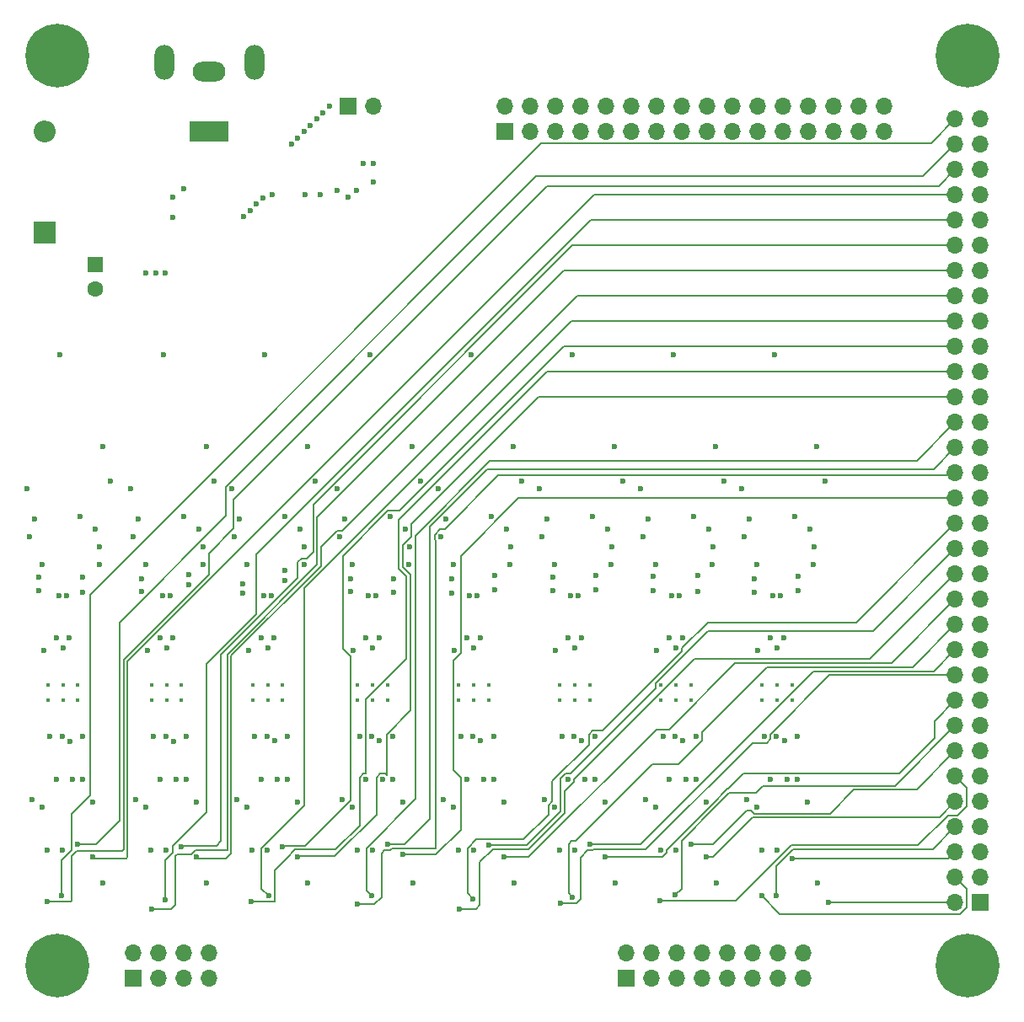
<source format=gbr>
%TF.GenerationSoftware,KiCad,Pcbnew,8.0.7-8.0.7-0~ubuntu22.04.1*%
%TF.CreationDate,2025-01-13T14:39:20-08:00*%
%TF.ProjectId,multichannelheaterdriver_frontend,6d756c74-6963-4686-916e-6e656c686561,rev?*%
%TF.SameCoordinates,Original*%
%TF.FileFunction,Copper,L5,Inr*%
%TF.FilePolarity,Positive*%
%FSLAX46Y46*%
G04 Gerber Fmt 4.6, Leading zero omitted, Abs format (unit mm)*
G04 Created by KiCad (PCBNEW 8.0.7-8.0.7-0~ubuntu22.04.1) date 2025-01-13 14:39:20*
%MOMM*%
%LPD*%
G01*
G04 APERTURE LIST*
%TA.AperFunction,ComponentPad*%
%ADD10R,1.700000X1.700000*%
%TD*%
%TA.AperFunction,ComponentPad*%
%ADD11O,1.700000X1.700000*%
%TD*%
%TA.AperFunction,ComponentPad*%
%ADD12C,0.440000*%
%TD*%
%TA.AperFunction,ComponentPad*%
%ADD13R,2.200000X2.200000*%
%TD*%
%TA.AperFunction,ComponentPad*%
%ADD14O,2.200000X2.200000*%
%TD*%
%TA.AperFunction,ComponentPad*%
%ADD15R,1.600000X1.600000*%
%TD*%
%TA.AperFunction,ComponentPad*%
%ADD16C,1.600000*%
%TD*%
%TA.AperFunction,ComponentPad*%
%ADD17R,4.000000X2.000000*%
%TD*%
%TA.AperFunction,ComponentPad*%
%ADD18O,3.300000X2.000000*%
%TD*%
%TA.AperFunction,ComponentPad*%
%ADD19O,2.000000X3.500000*%
%TD*%
%TA.AperFunction,ComponentPad*%
%ADD20C,6.400000*%
%TD*%
%TA.AperFunction,ViaPad*%
%ADD21C,0.600000*%
%TD*%
%TA.AperFunction,Conductor*%
%ADD22C,0.200000*%
%TD*%
G04 APERTURE END LIST*
D10*
%TO.N,GNDA*%
%TO.C,J1*%
X97790000Y-90170000D03*
D11*
%TO.N,/ADC15*%
X95250000Y-90170000D03*
%TO.N,GNDA*%
X97790000Y-87630000D03*
%TO.N,/DAC15*%
X95250000Y-87630000D03*
%TO.N,GNDA*%
X97790000Y-85090000D03*
%TO.N,/ADC14*%
X95250000Y-85090000D03*
%TO.N,GNDA*%
X97790000Y-82550000D03*
%TO.N,/DAC14*%
X95250000Y-82550000D03*
%TO.N,GNDA*%
X97790000Y-80010000D03*
%TO.N,/ADC13*%
X95250000Y-80010000D03*
%TO.N,GNDA*%
X97790000Y-77470000D03*
%TO.N,/DAC13*%
X95250000Y-77470000D03*
%TO.N,GNDA*%
X97790000Y-74930000D03*
%TO.N,/ADC12*%
X95250000Y-74930000D03*
%TO.N,GNDA*%
X97790000Y-72390000D03*
%TO.N,/DAC12*%
X95250000Y-72390000D03*
%TO.N,GNDA*%
X97790000Y-69850000D03*
%TO.N,/ADC11*%
X95250000Y-69850000D03*
%TO.N,GNDA*%
X97790000Y-67310000D03*
%TO.N,/DAC11*%
X95250000Y-67310000D03*
%TO.N,GNDA*%
X97790000Y-64770000D03*
%TO.N,/ADC10*%
X95250000Y-64770000D03*
%TO.N,GNDA*%
X97790000Y-62230000D03*
%TO.N,/DAC10*%
X95250000Y-62230000D03*
%TO.N,GNDA*%
X97790000Y-59690000D03*
%TO.N,/ADC9*%
X95250000Y-59690000D03*
%TO.N,GNDA*%
X97790000Y-57150000D03*
%TO.N,/DAC9*%
X95250000Y-57150000D03*
%TO.N,GNDA*%
X97790000Y-54610000D03*
%TO.N,/ADC8*%
X95250000Y-54610000D03*
%TO.N,GNDA*%
X97790000Y-52070000D03*
%TO.N,/DAC8*%
X95250000Y-52070000D03*
%TO.N,GNDA*%
X97790000Y-49530000D03*
%TO.N,/ADC7*%
X95250000Y-49530000D03*
%TO.N,GNDA*%
X97790000Y-46990000D03*
%TO.N,/DAC7*%
X95250000Y-46990000D03*
%TO.N,GNDA*%
X97790000Y-44450000D03*
%TO.N,/ADC6*%
X95250000Y-44450000D03*
%TO.N,GNDA*%
X97790000Y-41910000D03*
%TO.N,/DAC6*%
X95250000Y-41910000D03*
%TO.N,GNDA*%
X97790000Y-39370000D03*
%TO.N,/ADC5*%
X95250000Y-39370000D03*
%TO.N,GNDA*%
X97790000Y-36830000D03*
%TO.N,/DAC5*%
X95250000Y-36830000D03*
%TO.N,GNDA*%
X97790000Y-34290000D03*
%TO.N,/ADC4*%
X95250000Y-34290000D03*
%TO.N,GNDA*%
X97790000Y-31750000D03*
%TO.N,/DAC4*%
X95250000Y-31750000D03*
%TO.N,GNDA*%
X97790000Y-29210000D03*
%TO.N,/ADC3*%
X95250000Y-29210000D03*
%TO.N,GNDA*%
X97790000Y-26670000D03*
%TO.N,/DAC3*%
X95250000Y-26670000D03*
%TO.N,GNDA*%
X97790000Y-24130000D03*
%TO.N,/ADC2*%
X95250000Y-24130000D03*
%TO.N,GNDA*%
X97790000Y-21590000D03*
%TO.N,/DAC2*%
X95250000Y-21590000D03*
%TO.N,GNDA*%
X97790000Y-19050000D03*
%TO.N,/ADC1*%
X95250000Y-19050000D03*
%TO.N,GNDA*%
X97790000Y-16510000D03*
%TO.N,/DAC1*%
X95250000Y-16510000D03*
%TO.N,GNDA*%
X97790000Y-13970000D03*
%TO.N,/ADC0*%
X95250000Y-13970000D03*
%TO.N,GNDA*%
X97790000Y-11430000D03*
%TO.N,/DAC0*%
X95250000Y-11430000D03*
%TD*%
D12*
%TO.N,GNDA*%
%TO.C,U9*%
X24686000Y-69820000D03*
X26186000Y-69820000D03*
X27686000Y-69820000D03*
X24686000Y-68320000D03*
X26186000Y-68320000D03*
X27686000Y-68320000D03*
%TD*%
D13*
%TO.N,Net-(D1-K)*%
%TO.C,D1*%
X3810000Y-22860000D03*
D14*
%TO.N,Net-(D1-A)*%
X3810000Y-12700000D03*
%TD*%
D15*
%TO.N,+24V*%
%TO.C,C3*%
X8890000Y-26035000D03*
D16*
%TO.N,GNDA*%
X8890000Y-28535000D03*
%TD*%
D10*
%TO.N,GNDA*%
%TO.C,J11*%
X12700000Y-97790000D03*
D11*
%TO.N,+24V*%
X12700000Y-95250000D03*
%TO.N,GNDA*%
X15240000Y-97790000D03*
%TO.N,unconnected-(J11-Pin_4-Pad4)*%
X15240000Y-95250000D03*
%TO.N,GNDA*%
X17780000Y-97790000D03*
%TO.N,unconnected-(J11-Pin_6-Pad6)*%
X17780000Y-95250000D03*
%TO.N,GNDA*%
X20320000Y-97790000D03*
%TO.N,unconnected-(J11-Pin_8-Pad8)*%
X20320000Y-95250000D03*
%TD*%
D17*
%TO.N,Net-(D1-A)*%
%TO.C,J12*%
X20320000Y-12700000D03*
D18*
%TO.N,GNDA*%
X20320000Y-6700000D03*
D19*
X24820000Y-5700000D03*
X15820000Y-5700000D03*
%TD*%
D12*
%TO.N,GNDA*%
%TO.C,U21*%
X65677000Y-69820000D03*
X67177000Y-69820000D03*
X68677000Y-69820000D03*
X65677000Y-68320000D03*
X67177000Y-68320000D03*
X68677000Y-68320000D03*
%TD*%
D10*
%TO.N,GNDA*%
%TO.C,J2*%
X62230000Y-97790000D03*
D11*
%TO.N,/SHDN0*%
X62230000Y-95250000D03*
%TO.N,GNDA*%
X64770000Y-97790000D03*
%TO.N,/SHDN1*%
X64770000Y-95250000D03*
%TO.N,GNDA*%
X67310000Y-97790000D03*
%TO.N,/SHDN2*%
X67310000Y-95250000D03*
%TO.N,GNDA*%
X69850000Y-97790000D03*
%TO.N,/SHDN3*%
X69850000Y-95250000D03*
%TO.N,GNDA*%
X72390000Y-97790000D03*
%TO.N,/SHDN4*%
X72390000Y-95250000D03*
%TO.N,GNDA*%
X74930000Y-97790000D03*
%TO.N,/SHDN5*%
X74930000Y-95250000D03*
%TO.N,GNDA*%
X77470000Y-97790000D03*
%TO.N,/SHDN6*%
X77470000Y-95250000D03*
%TO.N,GNDA*%
X80010000Y-97790000D03*
%TO.N,/SHDN7*%
X80010000Y-95250000D03*
%TD*%
D12*
%TO.N,GNDA*%
%TO.C,U15*%
X45357000Y-69820000D03*
X46857000Y-69820000D03*
X48357000Y-69820000D03*
X45357000Y-68320000D03*
X46857000Y-68320000D03*
X48357000Y-68320000D03*
%TD*%
D20*
%TO.N,GNDA*%
%TO.C,H1*%
X5080000Y-5080000D03*
%TD*%
D12*
%TO.N,GNDA*%
%TO.C,U18*%
X55517000Y-69820000D03*
X57017000Y-69820000D03*
X58517000Y-69820000D03*
X55517000Y-68320000D03*
X57017000Y-68320000D03*
X58517000Y-68320000D03*
%TD*%
D20*
%TO.N,GNDA*%
%TO.C,H2*%
X5080000Y-96520000D03*
%TD*%
D10*
%TO.N,+24V*%
%TO.C,J13*%
X34285000Y-10160000D03*
D11*
%TO.N,Net-(D2-K)*%
X36825000Y-10160000D03*
%TD*%
D10*
%TO.N,/V0*%
%TO.C,J10*%
X50000000Y-12700000D03*
D11*
%TO.N,GNDA*%
X50000000Y-10160000D03*
%TO.N,/V1*%
X52540000Y-12700000D03*
%TO.N,GNDA*%
X52540000Y-10160000D03*
%TO.N,/V2*%
X55080000Y-12700000D03*
%TO.N,GNDA*%
X55080000Y-10160000D03*
%TO.N,/V3*%
X57620000Y-12700000D03*
%TO.N,GNDA*%
X57620000Y-10160000D03*
%TO.N,/V4*%
X60160000Y-12700000D03*
%TO.N,GNDA*%
X60160000Y-10160000D03*
%TO.N,/V5*%
X62700000Y-12700000D03*
%TO.N,GNDA*%
X62700000Y-10160000D03*
%TO.N,/V6*%
X65240000Y-12700000D03*
%TO.N,GNDA*%
X65240000Y-10160000D03*
%TO.N,/V7*%
X67780000Y-12700000D03*
%TO.N,GNDA*%
X67780000Y-10160000D03*
%TO.N,/V8*%
X70320000Y-12700000D03*
%TO.N,GNDA*%
X70320000Y-10160000D03*
%TO.N,/V9*%
X72860000Y-12700000D03*
%TO.N,GNDA*%
X72860000Y-10160000D03*
%TO.N,/V10*%
X75400000Y-12700000D03*
%TO.N,GNDA*%
X75400000Y-10160000D03*
%TO.N,/V11*%
X77940000Y-12700000D03*
%TO.N,GNDA*%
X77940000Y-10160000D03*
%TO.N,/V12*%
X80480000Y-12700000D03*
%TO.N,GNDA*%
X80480000Y-10160000D03*
%TO.N,/V13*%
X83020000Y-12700000D03*
%TO.N,GNDA*%
X83020000Y-10160000D03*
%TO.N,/V14*%
X85560000Y-12700000D03*
%TO.N,GNDA*%
X85560000Y-10160000D03*
%TO.N,/V15*%
X88100000Y-12700000D03*
%TO.N,GNDA*%
X88100000Y-10160000D03*
%TD*%
D20*
%TO.N,GNDA*%
%TO.C,H4*%
X96520000Y-96520000D03*
%TD*%
D12*
%TO.N,GNDA*%
%TO.C,U12*%
X35197000Y-69820000D03*
X36697000Y-69820000D03*
X38197000Y-69820000D03*
X35197000Y-68320000D03*
X36697000Y-68320000D03*
X38197000Y-68320000D03*
%TD*%
%TO.N,GNDA*%
%TO.C,U24*%
X75837000Y-69820000D03*
X77337000Y-69820000D03*
X78837000Y-69820000D03*
X75837000Y-68320000D03*
X77337000Y-68320000D03*
X78837000Y-68320000D03*
%TD*%
%TO.N,GNDA*%
%TO.C,U3*%
X4112000Y-69820000D03*
X5612000Y-69820000D03*
X7112000Y-69820000D03*
X4112000Y-68320000D03*
X5612000Y-68320000D03*
X7112000Y-68320000D03*
%TD*%
%TO.N,GNDA*%
%TO.C,U6*%
X14526000Y-69820000D03*
X16026000Y-69820000D03*
X17526000Y-69820000D03*
X14526000Y-68320000D03*
X16026000Y-68320000D03*
X17526000Y-68320000D03*
%TD*%
D20*
%TO.N,GNDA*%
%TO.C,H3*%
X96520000Y-5080000D03*
%TD*%
D21*
%TO.N,/ADC15*%
X82550000Y-90170000D03*
%TO.N,/ADC14*%
X78859500Y-85777500D03*
%TO.N,/ADC13*%
X70201000Y-85598000D03*
%TO.N,/ADC12*%
X68677000Y-84328000D03*
%TO.N,/ADC11*%
X60041000Y-85598000D03*
%TO.N,/ADC10*%
X58517000Y-84328000D03*
%TO.N,/ADC9*%
X49881000Y-85598000D03*
%TO.N,/ADC7*%
X39721000Y-85344000D03*
%TO.N,/ADC6*%
X38197000Y-84328000D03*
%TO.N,/ADC4*%
X27686000Y-84582000D03*
%TO.N,/ADC5*%
X29210000Y-85598000D03*
%TO.N,/ADC2*%
X17526000Y-84582000D03*
%TO.N,/ADC3*%
X19050000Y-85598000D03*
%TO.N,GNDA*%
X46429286Y-59290658D03*
X29810000Y-56207294D03*
X26670000Y-19050000D03*
X25758286Y-59290658D03*
X59025000Y-77821000D03*
X25908000Y-35149000D03*
X47236714Y-59290658D03*
X80961000Y-56207294D03*
X65121000Y-80615000D03*
X36419000Y-35149000D03*
X77716714Y-59290658D03*
X79345000Y-77821000D03*
X35814000Y-15905000D03*
X5184286Y-59290658D03*
X7620000Y-73503000D03*
X50481000Y-56207294D03*
X3712000Y-64867000D03*
X55117000Y-64867000D03*
X5334000Y-35149000D03*
X20066000Y-88235000D03*
X58771000Y-51405000D03*
X56739000Y-35149000D03*
X69185000Y-77821000D03*
X25685000Y-19335000D03*
X65277000Y-64867000D03*
X48865000Y-77821000D03*
X15598286Y-59290658D03*
X16650000Y-19304000D03*
X79345000Y-73503000D03*
X30226000Y-88235000D03*
X16405714Y-59290658D03*
X3556000Y-56231000D03*
X3556000Y-80615000D03*
X59025000Y-73503000D03*
X60641000Y-56207294D03*
X41499000Y-47849000D03*
X44801000Y-80615000D03*
X19650000Y-56207294D03*
X43277000Y-48611000D03*
X81377000Y-88235000D03*
X18034000Y-73503000D03*
X77059000Y-35149000D03*
X5991714Y-59290658D03*
X38705000Y-77821000D03*
X24130000Y-80615000D03*
X15748000Y-35149000D03*
X20828000Y-47849000D03*
X68931000Y-51405000D03*
X13970000Y-80615000D03*
X9236000Y-56207294D03*
X51659000Y-47849000D03*
X34641000Y-80615000D03*
X10414000Y-47849000D03*
X71979000Y-47849000D03*
X54961000Y-56231000D03*
X25050000Y-19970000D03*
X40321000Y-56207294D03*
X27940000Y-51405000D03*
X56323000Y-77821000D03*
X28194000Y-77821000D03*
X61819000Y-47849000D03*
X36269286Y-59290658D03*
X33117000Y-48611000D03*
X26565714Y-59290658D03*
X30988000Y-47849000D03*
X44957000Y-64867000D03*
X17780000Y-51405000D03*
X2032000Y-48611000D03*
X23780000Y-21240000D03*
X65121000Y-56231000D03*
X71217000Y-88235000D03*
X24415000Y-20605000D03*
X12446000Y-48611000D03*
X79091000Y-51405000D03*
X36003000Y-77821000D03*
X46579000Y-35149000D03*
X36830000Y-15905000D03*
X44801000Y-56231000D03*
X67556714Y-59290658D03*
X53437000Y-48611000D03*
X63597000Y-48611000D03*
X56589286Y-59290658D03*
X50897000Y-88235000D03*
X76643000Y-77821000D03*
X48865000Y-73503000D03*
X40737000Y-88235000D03*
X34641000Y-56231000D03*
X34797000Y-64867000D03*
X76909286Y-59290658D03*
X66483000Y-77821000D03*
X61057000Y-88235000D03*
X66899000Y-35149000D03*
X48611000Y-51405000D03*
X13970000Y-26924000D03*
X13970000Y-56231000D03*
X15332000Y-77821000D03*
X16650000Y-21336000D03*
X24286000Y-64867000D03*
X22606000Y-48611000D03*
X25492000Y-77821000D03*
X7620000Y-77821000D03*
X82139000Y-47849000D03*
X9652000Y-88235000D03*
X38451000Y-51405000D03*
X73757000Y-48611000D03*
X69185000Y-73503000D03*
X75437000Y-64867000D03*
X17780000Y-18415000D03*
X14126000Y-64867000D03*
X14986000Y-26924000D03*
X7366000Y-51405000D03*
X70801000Y-56207294D03*
X24130000Y-56231000D03*
X37076714Y-59290658D03*
X46163000Y-77821000D03*
X54961000Y-80615000D03*
X57396714Y-59290658D03*
X4918000Y-77821000D03*
X38705000Y-73503000D03*
X28194000Y-73503000D03*
X75281000Y-56231000D03*
X18034000Y-77821000D03*
X66749286Y-59290658D03*
X75281000Y-80615000D03*
X15875000Y-26924000D03*
%TO.N,+24V*%
X61018500Y-44331500D03*
X28575000Y-13970000D03*
X66527000Y-63597000D03*
X30480000Y-12065000D03*
X31496000Y-19050000D03*
X40698500Y-44331500D03*
X71178500Y-44331500D03*
X37347000Y-63597000D03*
X77337000Y-64613000D03*
X16026000Y-64613000D03*
X67827000Y-63597000D03*
X81338500Y-44331500D03*
X33116500Y-18638500D03*
X56367000Y-63597000D03*
X36697000Y-64613000D03*
X57017000Y-64613000D03*
X77987000Y-63597000D03*
X76687000Y-63597000D03*
X26186000Y-64613000D03*
X26836000Y-63597000D03*
X31750000Y-10795000D03*
X47507000Y-63597000D03*
X25536000Y-63597000D03*
X32385000Y-10160000D03*
X50858500Y-44331500D03*
X46857000Y-64613000D03*
X20027500Y-44331500D03*
X29845000Y-12700000D03*
X31115000Y-11430000D03*
X5612000Y-64613000D03*
X16676000Y-63597000D03*
X30187500Y-44331500D03*
X9613500Y-44331500D03*
X15376000Y-63597000D03*
X6262000Y-63597000D03*
X67177000Y-64613000D03*
X57667000Y-63597000D03*
X4962000Y-63597000D03*
X29210000Y-13335000D03*
X46207000Y-63597000D03*
X29972000Y-19050000D03*
X36047000Y-63597000D03*
%TO.N,+5V*%
X70455000Y-52675000D03*
X8890000Y-52675000D03*
X78329000Y-77821000D03*
X17018000Y-77821000D03*
X47849000Y-77821000D03*
X19304000Y-52675000D03*
X13208000Y-51659000D03*
X44039000Y-51659000D03*
X34290000Y-19304000D03*
X27178000Y-77821000D03*
X6604000Y-77821000D03*
X74519000Y-51659000D03*
X58009000Y-77821000D03*
X50135000Y-52675000D03*
X54199000Y-51659000D03*
X80615000Y-52675000D03*
X60295000Y-52675000D03*
X37689000Y-77821000D03*
X29464000Y-52675000D03*
X68169000Y-77821000D03*
X35082500Y-18572500D03*
X23368000Y-51659000D03*
X39975000Y-52675000D03*
X36830000Y-17780000D03*
X2794000Y-51659000D03*
X33879000Y-51659000D03*
X64359000Y-51659000D03*
%TO.N,Net-(U3-IN1+)*%
X4318000Y-73503000D03*
X4064000Y-84933000D03*
%TO.N,Net-(U3-IN2+)*%
X5588000Y-84933000D03*
X5562000Y-73503000D03*
%TO.N,/ADC1*%
X8636000Y-85598000D03*
%TO.N,/ADC0*%
X7112000Y-84328000D03*
%TO.N,Net-(U6-IN1+)*%
X14732000Y-73503000D03*
X14478000Y-84933000D03*
%TO.N,Net-(U6-IN2+)*%
X16002000Y-84933000D03*
X15976000Y-73503000D03*
%TO.N,Net-(U9-IN1+)*%
X24892000Y-73503000D03*
X24638000Y-84933000D03*
%TO.N,Net-(U9-IN2+)*%
X26136000Y-73503000D03*
X26162000Y-84933000D03*
%TO.N,Net-(U12-IN1+)*%
X35403000Y-73503000D03*
X35149000Y-84933000D03*
%TO.N,Net-(U12-IN2+)*%
X36647000Y-73503000D03*
X36673000Y-84933000D03*
%TO.N,Net-(U15-IN1+)*%
X45309000Y-84933000D03*
X45563000Y-73503000D03*
%TO.N,Net-(U15-IN2+)*%
X46807000Y-73503000D03*
X46833000Y-84933000D03*
%TO.N,/ADC8*%
X48357000Y-84400000D03*
%TO.N,Net-(U18-IN1+)*%
X55469000Y-84933000D03*
X55723000Y-73503000D03*
%TO.N,Net-(U18-IN2+)*%
X56967000Y-73503000D03*
X56993000Y-84933000D03*
%TO.N,Net-(U21-IN1+)*%
X65629000Y-84933000D03*
X65883000Y-73503000D03*
%TO.N,Net-(U21-IN2+)*%
X67153000Y-84933000D03*
X67127000Y-73503000D03*
%TO.N,Net-(U24-IN1+)*%
X75789000Y-84933000D03*
X76043000Y-73503000D03*
%TO.N,Net-(U24-IN2+)*%
X77287000Y-73503000D03*
X77313000Y-84933000D03*
%TO.N,/DAC11*%
X55600000Y-90200000D03*
%TO.N,/DAC2*%
X15900000Y-89900000D03*
%TO.N,/DAC1*%
X4000000Y-90100000D03*
%TO.N,/DAC14*%
X77300000Y-89500000D03*
%TO.N,/DAC6*%
X36600000Y-89500000D03*
%TO.N,/DAC5*%
X24500000Y-90100000D03*
%TO.N,/DAC7*%
X35200000Y-90300000D03*
%TO.N,/DAC9*%
X45400000Y-90800000D03*
%TO.N,/DAC10*%
X56800000Y-89600000D03*
%TO.N,/DAC3*%
X14500000Y-90800000D03*
%TO.N,/DAC15*%
X75800000Y-89500000D03*
%TO.N,/DAC0*%
X5500000Y-89500000D03*
%TO.N,/DAC4*%
X26300000Y-89500000D03*
%TO.N,/DAC8*%
X46800000Y-89800000D03*
%TO.N,/DAC12*%
X67100000Y-89400000D03*
%TO.N,/DAC13*%
X65600000Y-90000000D03*
%TO.N,/V2*%
X13500000Y-58900000D03*
X13500000Y-57600000D03*
%TO.N,/V11*%
X59100000Y-58700000D03*
X59100000Y-57300000D03*
%TO.N,/V5*%
X27905000Y-57800000D03*
X27905000Y-56800000D03*
%TO.N,/V3*%
X18250000Y-58200000D03*
X18250000Y-57200000D03*
%TO.N,/V13*%
X69401000Y-57300000D03*
X69401000Y-58900000D03*
%TO.N,/V9*%
X49000000Y-57300000D03*
X49000000Y-58700000D03*
%TO.N,/V10*%
X54800000Y-58800000D03*
X54800000Y-57500000D03*
%TO.N,/V4*%
X23660000Y-59100000D03*
X23660000Y-58100000D03*
%TO.N,/V0*%
X3175000Y-57500000D03*
X3175000Y-58800000D03*
%TO.N,/V1*%
X7620000Y-59000000D03*
X7620000Y-57500000D03*
%TO.N,/V12*%
X64900000Y-57400000D03*
X64900000Y-58800000D03*
%TO.N,/V7*%
X38800000Y-57600000D03*
X38800000Y-59000000D03*
%TO.N,/V14*%
X75100000Y-57600000D03*
X75100000Y-59000000D03*
%TO.N,/V6*%
X34500000Y-58900000D03*
X34500000Y-57600000D03*
%TO.N,/V15*%
X79500000Y-57400000D03*
X79500000Y-58800000D03*
%TO.N,/V8*%
X44700000Y-57600000D03*
X44700000Y-59100000D03*
%TO.N,Net-(U2-OUT1)*%
X2540000Y-79853000D03*
X2286000Y-53437000D03*
%TO.N,Net-(U2-OUT2)*%
X9305151Y-54453001D03*
X8636000Y-80107000D03*
%TO.N,Net-(U5-OUT1)*%
X12954000Y-79853000D03*
X12700000Y-53437000D03*
%TO.N,Net-(U5-OUT2)*%
X19719151Y-54453001D03*
X19050000Y-80107000D03*
%TO.N,Net-(U8-OUT1)*%
X22860000Y-53437000D03*
X23114000Y-79853000D03*
%TO.N,Net-(U8-OUT2)*%
X29879151Y-54453001D03*
X29210000Y-80107000D03*
%TO.N,Net-(U11-OUT1)*%
X33625000Y-79853000D03*
X33371000Y-53437000D03*
%TO.N,Net-(U11-OUT2)*%
X40390151Y-54453001D03*
X39721000Y-80107000D03*
%TO.N,Net-(U14-OUT1)*%
X43531000Y-53437000D03*
X43785000Y-79853000D03*
%TO.N,Net-(U14-OUT2)*%
X49881000Y-80107000D03*
X50550151Y-54453001D03*
%TO.N,Net-(U17-OUT1)*%
X53691000Y-53437000D03*
X53945000Y-79853000D03*
%TO.N,Net-(U17-OUT2)*%
X60710151Y-54453001D03*
X60041000Y-80107000D03*
%TO.N,Net-(U20-OUT1)*%
X63851000Y-53437000D03*
X64105000Y-79853000D03*
%TO.N,Net-(U20-OUT2)*%
X70201000Y-80107000D03*
X70870151Y-54453001D03*
%TO.N,Net-(U23-OUT1)*%
X74265000Y-79853000D03*
X74011000Y-53437000D03*
%TO.N,Net-(U23-OUT2)*%
X80361000Y-80107000D03*
X81030151Y-54453001D03*
%TO.N,/SHDN6*%
X67843110Y-73859638D03*
%TO.N,/SHDN3*%
X37363110Y-73859638D03*
%TO.N,/SHDN5*%
X57665833Y-73892406D03*
%TO.N,/SHDN7*%
X78071735Y-73928265D03*
%TO.N,/SHDN2*%
X26896235Y-73903765D03*
%TO.N,/SHDN1*%
X16700000Y-74000000D03*
%TO.N,/SHDN4*%
X47522303Y-73861255D03*
%TO.N,/SHDN0*%
X6300000Y-74000000D03*
%TD*%
D22*
%TO.N,/ADC15*%
X95250000Y-90170000D02*
X82550000Y-90170000D01*
%TO.N,/ADC14*%
X95250000Y-85090000D02*
X94562500Y-85777500D01*
X94562500Y-85777500D02*
X78859500Y-85777500D01*
%TO.N,/DAC14*%
X95250000Y-82550000D02*
X93000000Y-84800000D01*
X93000000Y-84800000D02*
X78988471Y-84800000D01*
X78988471Y-84800000D02*
X77300000Y-86488471D01*
X77300000Y-86488471D02*
X77300000Y-89500000D01*
%TO.N,/ADC13*%
X95250000Y-80010000D02*
X93645000Y-81615000D01*
X93645000Y-81615000D02*
X74866785Y-81615000D01*
X74866785Y-81615000D02*
X70883785Y-85598000D01*
X70883785Y-85598000D02*
X70201000Y-85598000D01*
%TO.N,/ADC12*%
X68677000Y-84328000D02*
X70873000Y-84328000D01*
X82685000Y-81215000D02*
X85079000Y-78821000D01*
X70873000Y-84328000D02*
X74301000Y-80900000D01*
X74301000Y-80900000D02*
X74717471Y-80900000D01*
X74717471Y-80900000D02*
X75032471Y-81215000D01*
X75032471Y-81215000D02*
X82685000Y-81215000D01*
X85079000Y-78821000D02*
X91359000Y-78821000D01*
X91359000Y-78821000D02*
X95250000Y-74930000D01*
%TO.N,/ADC11*%
X95250000Y-69850000D02*
X93200000Y-71900000D01*
X93200000Y-71900000D02*
X93200000Y-73600000D01*
X70801000Y-80355529D02*
X66229000Y-84927529D01*
X66229000Y-84927529D02*
X66229000Y-85181529D01*
X93200000Y-73600000D02*
X89579000Y-77221000D01*
X89579000Y-77221000D02*
X73935529Y-77221000D01*
X72456529Y-78700000D02*
X72388314Y-78700000D01*
X73935529Y-77221000D02*
X72456529Y-78700000D01*
X72388314Y-78700000D02*
X70801000Y-80287314D01*
X70801000Y-80287314D02*
X70801000Y-80355529D01*
X66229000Y-85181529D02*
X65812529Y-85598000D01*
X65812529Y-85598000D02*
X60041000Y-85598000D01*
%TO.N,/DAC11*%
X95250000Y-67310000D02*
X82587471Y-67310000D01*
X82587471Y-67310000D02*
X76643000Y-73254471D01*
X76643000Y-73254471D02*
X76643000Y-73751529D01*
X57593000Y-85663000D02*
X57593000Y-89807000D01*
X76643000Y-73751529D02*
X76291529Y-74103000D01*
X76291529Y-74103000D02*
X74897000Y-74103000D01*
X74897000Y-74103000D02*
X64164000Y-84836000D01*
X64164000Y-84836000D02*
X58857529Y-84836000D01*
X57200000Y-90200000D02*
X55600000Y-90200000D01*
X58857529Y-84836000D02*
X58765529Y-84928000D01*
X58765529Y-84928000D02*
X58328000Y-84928000D01*
X58328000Y-84928000D02*
X57593000Y-85663000D01*
X57593000Y-89807000D02*
X57200000Y-90200000D01*
%TO.N,/ADC10*%
X95250000Y-64770000D02*
X93110000Y-66910000D01*
X93110000Y-66910000D02*
X81011608Y-66910000D01*
X81011608Y-66910000D02*
X63588608Y-84333000D01*
X63588608Y-84333000D02*
X58522000Y-84333000D01*
X58522000Y-84333000D02*
X58517000Y-84328000D01*
%TO.N,/DAC9*%
X95250000Y-57150000D02*
X86690000Y-65710000D01*
X56923000Y-77809392D02*
X56923000Y-78069529D01*
X47498000Y-86107529D02*
X47498000Y-90402000D01*
X86690000Y-65710000D02*
X69022392Y-65710000D01*
X48805529Y-84800000D02*
X47498000Y-86107529D01*
X69022392Y-65710000D02*
X56923000Y-77809392D01*
X56923000Y-78069529D02*
X55992529Y-79000000D01*
X47100000Y-90800000D02*
X45400000Y-90800000D01*
X55992529Y-79000000D02*
X55992529Y-81207471D01*
X55992529Y-81207471D02*
X52400000Y-84800000D01*
X52400000Y-84800000D02*
X48805529Y-84800000D01*
X47498000Y-90402000D02*
X47100000Y-90800000D01*
%TO.N,/ADC9*%
X95250000Y-59690000D02*
X88830000Y-66110000D01*
X88830000Y-66110000D02*
X73122392Y-66110000D01*
X73122392Y-66110000D02*
X66483000Y-72749392D01*
X66483000Y-72749392D02*
X65250608Y-72749392D01*
X65250608Y-72749392D02*
X52402000Y-85598000D01*
X52402000Y-85598000D02*
X49759000Y-85598000D01*
%TO.N,/ADC8*%
X65157000Y-68635529D02*
X65157000Y-68104608D01*
X48357000Y-84400000D02*
X52234314Y-84400000D01*
X52234314Y-84400000D02*
X55592529Y-81041785D01*
X55592529Y-77702942D02*
X56074471Y-77221000D01*
X55592529Y-81041785D02*
X55592529Y-77702942D01*
X56074471Y-77221000D02*
X56571529Y-77221000D01*
X56571529Y-77221000D02*
X65157000Y-68635529D01*
X86960000Y-62900000D02*
X95250000Y-54610000D01*
X65157000Y-68104608D02*
X70361608Y-62900000D01*
X70361608Y-62900000D02*
X86960000Y-62900000D01*
%TO.N,/ADC7*%
X95250000Y-49530000D02*
X51334529Y-49530000D01*
X51334529Y-49530000D02*
X45557000Y-55307529D01*
X45557000Y-55307529D02*
X45557000Y-65115529D01*
X43056000Y-85344000D02*
X39721000Y-85344000D01*
X45557000Y-65115529D02*
X44837000Y-65835529D01*
X44837000Y-65835529D02*
X44837000Y-76846471D01*
X44837000Y-76846471D02*
X45563000Y-77572471D01*
X45563000Y-77572471D02*
X45563000Y-82837000D01*
X45563000Y-82837000D02*
X43056000Y-85344000D01*
%TO.N,/DAC7*%
X42931000Y-53188471D02*
X43519471Y-52600000D01*
X38445529Y-84928000D02*
X38645529Y-84728000D01*
X43093686Y-53848215D02*
X42931000Y-53685529D01*
X43519471Y-52600000D02*
X43946529Y-52600000D01*
X37597000Y-89597000D02*
X37597000Y-85251471D01*
X43093686Y-84728000D02*
X43093686Y-53848215D01*
X38645529Y-84728000D02*
X43093686Y-84728000D01*
X37600000Y-89600000D02*
X37597000Y-89597000D01*
X37920471Y-84928000D02*
X38445529Y-84928000D01*
X36900000Y-90300000D02*
X37600000Y-89600000D01*
X42931000Y-53685529D02*
X42931000Y-53188471D01*
X37597000Y-85251471D02*
X37920471Y-84928000D01*
X35200000Y-90300000D02*
X36900000Y-90300000D01*
X43946529Y-52600000D02*
X49346529Y-47200000D01*
X49346529Y-47200000D02*
X95040000Y-47200000D01*
X95040000Y-47200000D02*
X95250000Y-46990000D01*
%TO.N,/ADC6*%
X95250000Y-44450000D02*
X93110000Y-46590000D01*
X42500000Y-52349471D02*
X42500000Y-81721000D01*
X93110000Y-46590000D02*
X48259471Y-46590000D01*
X48259471Y-46590000D02*
X42500000Y-52349471D01*
X42500000Y-81721000D02*
X39893000Y-84328000D01*
X39893000Y-84328000D02*
X38197000Y-84328000D01*
%TO.N,/ADC4*%
X95250000Y-34290000D02*
X55917471Y-34290000D01*
X34507471Y-65426000D02*
X34507471Y-79900000D01*
X29971471Y-84436000D02*
X27832000Y-84436000D01*
X55917471Y-34290000D02*
X39402471Y-50805000D01*
X39402471Y-50805000D02*
X38202471Y-50805000D01*
X38202471Y-50805000D02*
X33700000Y-55307471D01*
X34507471Y-79900000D02*
X29971471Y-84436000D01*
X33700000Y-55307471D02*
X33700000Y-64618529D01*
X33700000Y-64618529D02*
X34507471Y-65426000D01*
X27832000Y-84436000D02*
X27686000Y-84582000D01*
%TO.N,/DAC5*%
X28956000Y-84836000D02*
X28086000Y-85706000D01*
X35754471Y-77221000D02*
X35403000Y-77572471D01*
X27792000Y-86000000D02*
X26900000Y-86892000D01*
X35403000Y-82431314D02*
X32998314Y-84836000D01*
X36003000Y-69778608D02*
X36003000Y-77221000D01*
X95250000Y-36830000D02*
X54209471Y-36830000D01*
X35403000Y-77572471D02*
X35403000Y-82431314D01*
X40100000Y-65681608D02*
X36003000Y-69778608D01*
X40100000Y-57400509D02*
X40100000Y-65681608D01*
X32998314Y-84836000D02*
X28956000Y-84836000D01*
X39321000Y-56621509D02*
X40100000Y-57400509D01*
X36003000Y-77221000D02*
X35754471Y-77221000D01*
X39321000Y-51718471D02*
X39321000Y-56621509D01*
X28086000Y-85706000D02*
X28086000Y-85765685D01*
X54209471Y-36830000D02*
X39321000Y-51718471D01*
X28086000Y-85765685D02*
X27851685Y-86000000D01*
X27851685Y-86000000D02*
X27792000Y-86000000D01*
X26900000Y-86892000D02*
X26900000Y-90100000D01*
X26900000Y-90100000D02*
X24500000Y-90100000D01*
%TO.N,/ADC5*%
X40500000Y-57234823D02*
X39721000Y-56455823D01*
X38105000Y-73254471D02*
X40500000Y-70859471D01*
X29210000Y-85598000D02*
X29308000Y-85500000D01*
X40500000Y-70859471D02*
X40500000Y-57234823D01*
X38105000Y-77388471D02*
X38105000Y-73254471D01*
X37937529Y-77221000D02*
X38105000Y-77388471D01*
X37440471Y-77221000D02*
X37937529Y-77221000D01*
X32900000Y-85500000D02*
X37089000Y-81311000D01*
X37089000Y-77572471D02*
X37440471Y-77221000D01*
X37089000Y-81311000D02*
X37089000Y-77572471D01*
X39721000Y-56455823D02*
X39721000Y-54273623D01*
X39721000Y-54273623D02*
X40600000Y-53394623D01*
X29308000Y-85500000D02*
X32900000Y-85500000D01*
X40600000Y-53394623D02*
X40600000Y-52136529D01*
X40600000Y-52136529D02*
X53366529Y-39370000D01*
X53366529Y-39370000D02*
X95250000Y-39370000D01*
%TO.N,/ADC2*%
X95250000Y-24130000D02*
X56749471Y-24130000D01*
X56749471Y-24130000D02*
X30738049Y-50141422D01*
X30738049Y-50141422D02*
X30738049Y-54927774D01*
X30738049Y-54927774D02*
X30058529Y-55607294D01*
X30058529Y-55607294D02*
X29561471Y-55607294D01*
X29561471Y-55607294D02*
X29210000Y-55958765D01*
X29210000Y-55958765D02*
X29210000Y-57534727D01*
X29210000Y-57534727D02*
X21500000Y-65244727D01*
X21500000Y-65244727D02*
X21500000Y-84000000D01*
X21500000Y-84000000D02*
X21000000Y-84500000D01*
X17608000Y-84500000D02*
X17526000Y-84582000D01*
X21000000Y-84500000D02*
X17608000Y-84500000D01*
%TO.N,/ADC3*%
X95250000Y-29210000D02*
X57246529Y-29210000D01*
X57246529Y-29210000D02*
X33619529Y-52837000D01*
X33619529Y-52837000D02*
X33122471Y-52837000D01*
X33122471Y-52837000D02*
X31538049Y-54421422D01*
X31538049Y-54421422D02*
X31538049Y-56338050D01*
X31538049Y-56338050D02*
X22500000Y-65376099D01*
X22500000Y-65376099D02*
X22500000Y-85200000D01*
X22500000Y-85200000D02*
X22000000Y-85700000D01*
X19152000Y-85700000D02*
X19050000Y-85598000D01*
X22000000Y-85700000D02*
X19152000Y-85700000D01*
%TO.N,/DAC3*%
X14500000Y-90800000D02*
X16500000Y-90800000D01*
X18484315Y-85300000D02*
X18884315Y-84900000D01*
X16500000Y-90800000D02*
X16926000Y-90374000D01*
X16926000Y-90374000D02*
X16926000Y-85451471D01*
X17077471Y-85300000D02*
X18484315Y-85300000D01*
X16926000Y-85451471D02*
X17077471Y-85300000D01*
X18884315Y-84900000D02*
X22100000Y-84900000D01*
X22100000Y-84900000D02*
X22100000Y-65210413D01*
X31138049Y-56172364D02*
X31138049Y-51438480D01*
X22100000Y-65210413D02*
X31138049Y-56172364D01*
X31138049Y-51438480D02*
X55906529Y-26670000D01*
X55906529Y-26670000D02*
X95250000Y-26670000D01*
%TO.N,/DAC2*%
X95250000Y-21590000D02*
X58603529Y-21590000D01*
X15900000Y-85883529D02*
X15900000Y-89900000D01*
X58603529Y-21590000D02*
X25000000Y-55193529D01*
X25000000Y-55193529D02*
X25000000Y-61179041D01*
X20009896Y-81082104D02*
X16602000Y-84490000D01*
X25000000Y-61179041D02*
X20009896Y-66169145D01*
X20009896Y-66169145D02*
X20009896Y-81082104D01*
X16602000Y-84490000D02*
X16602000Y-85181529D01*
X16602000Y-85181529D02*
X15900000Y-85883529D01*
%TO.N,/ADC1*%
X58938471Y-19050000D02*
X95250000Y-19050000D01*
X12100000Y-65888471D02*
X58938471Y-19050000D01*
X12000000Y-85700000D02*
X12100000Y-85600000D01*
X8636000Y-85598000D02*
X8738000Y-85700000D01*
X8738000Y-85700000D02*
X12000000Y-85700000D01*
X12100000Y-85600000D02*
X12100000Y-65888471D01*
%TO.N,/ADC0*%
X8908000Y-84328000D02*
X7112000Y-84328000D01*
X95250000Y-13970000D02*
X92020000Y-17200000D01*
X11300000Y-62023623D02*
X11300000Y-81936000D01*
X53168471Y-17200000D02*
X22006000Y-48362471D01*
X11300000Y-81936000D02*
X8908000Y-84328000D01*
X22006000Y-48362471D02*
X22006000Y-51317623D01*
X92020000Y-17200000D02*
X53168471Y-17200000D01*
X22006000Y-51317623D02*
X11300000Y-62023623D01*
%TO.N,/DAC1*%
X93560000Y-18200000D02*
X54216529Y-18200000D01*
X20250000Y-55057294D02*
X20250000Y-57172785D01*
X20250000Y-57172785D02*
X11700000Y-65722785D01*
X22768000Y-52539294D02*
X20250000Y-55057294D01*
X6512000Y-85451471D02*
X6512000Y-90012000D01*
X11700000Y-84836000D02*
X11554000Y-84982000D01*
X11554000Y-84982000D02*
X6981471Y-84982000D01*
X54216529Y-18200000D02*
X22768000Y-49648529D01*
X6981471Y-84982000D02*
X6512000Y-85451471D01*
X11700000Y-65722785D02*
X11700000Y-84836000D01*
X6424000Y-90100000D02*
X4000000Y-90100000D01*
X95250000Y-16510000D02*
X93560000Y-18200000D01*
X22768000Y-49648529D02*
X22768000Y-52539294D01*
X6512000Y-90012000D02*
X6424000Y-90100000D01*
%TO.N,/DAC6*%
X41000000Y-53283785D02*
X41000000Y-79757471D01*
X41000000Y-79757471D02*
X36073000Y-84684471D01*
X36073000Y-84684471D02*
X36073000Y-88973000D01*
X91360000Y-45800000D02*
X48483785Y-45800000D01*
X95250000Y-41910000D02*
X91360000Y-45800000D01*
X48483785Y-45800000D02*
X41000000Y-53283785D01*
X36073000Y-88973000D02*
X36600000Y-89500000D01*
%TO.N,/DAC10*%
X69785000Y-73013529D02*
X69785000Y-73915000D01*
X76288529Y-66510000D02*
X69785000Y-73013529D01*
X69785000Y-73915000D02*
X67400000Y-76300000D01*
X57077471Y-84000000D02*
X56700000Y-84000000D01*
X64777471Y-76300000D02*
X57077471Y-84000000D01*
X56393000Y-89193000D02*
X56800000Y-89600000D01*
X67400000Y-76300000D02*
X64777471Y-76300000D01*
X56700000Y-84000000D02*
X56393000Y-84307000D01*
X90970000Y-66510000D02*
X76288529Y-66510000D01*
X95250000Y-62230000D02*
X90970000Y-66510000D01*
X56393000Y-84307000D02*
X56393000Y-89193000D01*
%TO.N,/DAC15*%
X95250000Y-87630000D02*
X96400000Y-88780000D01*
X95726346Y-91320000D02*
X77620000Y-91320000D01*
X96400000Y-88780000D02*
X96400000Y-90646346D01*
X77620000Y-91320000D02*
X75800000Y-89500000D01*
X96400000Y-90646346D02*
X95726346Y-91320000D01*
%TO.N,/DAC0*%
X8300000Y-79400000D02*
X6463471Y-81236529D01*
X6463471Y-84934315D02*
X5500000Y-85897786D01*
X95250000Y-11430000D02*
X92830000Y-13850000D01*
X92830000Y-13850000D02*
X53650000Y-13850000D01*
X53650000Y-13850000D02*
X8300000Y-59200000D01*
X6463471Y-81236529D02*
X6463471Y-84934315D01*
X5500000Y-85897786D02*
X5500000Y-89500000D01*
X8300000Y-59200000D02*
X8300000Y-79400000D01*
%TO.N,/DAC4*%
X56691785Y-31750000D02*
X29870958Y-58570827D01*
X29870958Y-80375513D02*
X25562000Y-84684471D01*
X95250000Y-31750000D02*
X56691785Y-31750000D01*
X25562000Y-84684471D02*
X25562000Y-88762000D01*
X25562000Y-88762000D02*
X26300000Y-89500000D01*
X29870958Y-58570827D02*
X29870958Y-80375513D01*
%TO.N,/DAC8*%
X54712471Y-80015000D02*
X54361000Y-80366471D01*
X85320000Y-62000000D02*
X70360529Y-62000000D01*
X46233000Y-89233000D02*
X46800000Y-89800000D01*
X51900000Y-83800000D02*
X47117471Y-83800000D01*
X54361000Y-81339000D02*
X51900000Y-83800000D01*
X59792922Y-72903000D02*
X58776471Y-72903000D01*
X95250000Y-52070000D02*
X85320000Y-62000000D01*
X67777000Y-64918922D02*
X59792922Y-72903000D01*
X46233000Y-84684471D02*
X46233000Y-89233000D01*
X58425000Y-73254471D02*
X58425000Y-74275000D01*
X70360529Y-62000000D02*
X67777000Y-64583529D01*
X67777000Y-64583529D02*
X67777000Y-64918922D01*
X47117471Y-83800000D02*
X46233000Y-84684471D01*
X54712471Y-77987529D02*
X54712471Y-80015000D01*
X58425000Y-74275000D02*
X54712471Y-77987529D01*
X58776471Y-72903000D02*
X58425000Y-73254471D01*
X54361000Y-80366471D02*
X54361000Y-81339000D01*
%TO.N,/DAC12*%
X75252471Y-79100000D02*
X72554000Y-79100000D01*
X95250000Y-72390000D02*
X89219000Y-78421000D01*
X89219000Y-78421000D02*
X75931471Y-78421000D01*
X75931471Y-78421000D02*
X75252471Y-79100000D01*
X67753000Y-88747000D02*
X67100000Y-89400000D01*
X71201000Y-80453000D02*
X71201000Y-80521215D01*
X67753000Y-83969215D02*
X67753000Y-88747000D01*
X71201000Y-80521215D02*
X67753000Y-83969215D01*
X72554000Y-79100000D02*
X71201000Y-80453000D01*
%TO.N,/DAC13*%
X73222786Y-90000000D02*
X65600000Y-90000000D01*
X96400000Y-78620000D02*
X96400000Y-80486346D01*
X95250000Y-77470000D02*
X96400000Y-78620000D01*
X91500000Y-84400000D02*
X78822786Y-84400000D01*
X94500000Y-81400000D02*
X91500000Y-84400000D01*
X96400000Y-80486346D02*
X95486346Y-81400000D01*
X78822786Y-84400000D02*
X73222786Y-90000000D01*
X95486346Y-81400000D02*
X94500000Y-81400000D01*
%TD*%
M02*

</source>
